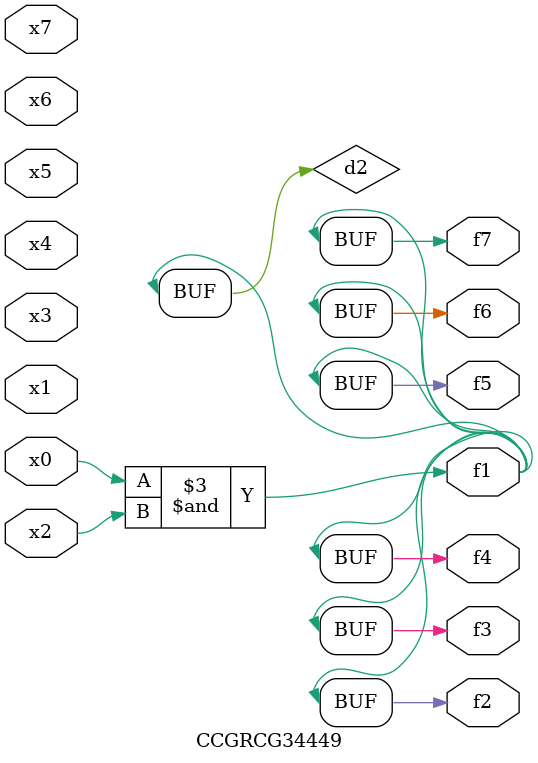
<source format=v>
module CCGRCG34449(
	input x0, x1, x2, x3, x4, x5, x6, x7,
	output f1, f2, f3, f4, f5, f6, f7
);

	wire d1, d2;

	nor (d1, x3, x6);
	and (d2, x0, x2);
	assign f1 = d2;
	assign f2 = d2;
	assign f3 = d2;
	assign f4 = d2;
	assign f5 = d2;
	assign f6 = d2;
	assign f7 = d2;
endmodule

</source>
